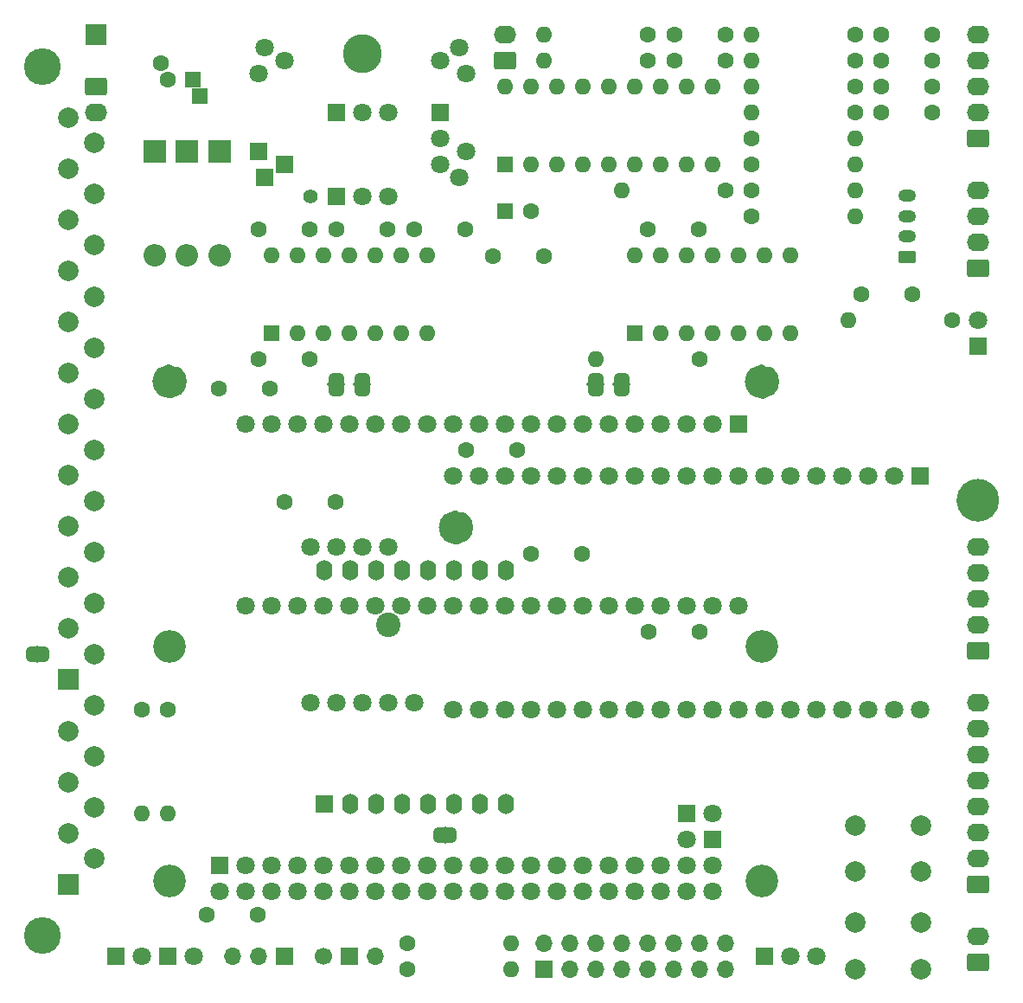
<source format=gbr>
%TF.GenerationSoftware,KiCad,Pcbnew,(6.0.9)*%
%TF.CreationDate,2022-12-06T19:52:46+01:00*%
%TF.ProjectId,SEU-M_1.04,5345552d-4d5f-4312-9e30-342e6b696361,1.04*%
%TF.SameCoordinates,Original*%
%TF.FileFunction,Soldermask,Bot*%
%TF.FilePolarity,Negative*%
%FSLAX46Y46*%
G04 Gerber Fmt 4.6, Leading zero omitted, Abs format (unit mm)*
G04 Created by KiCad (PCBNEW (6.0.9)) date 2022-12-06 19:52:46*
%MOMM*%
%LPD*%
G01*
G04 APERTURE LIST*
G04 Aperture macros list*
%AMRoundRect*
0 Rectangle with rounded corners*
0 $1 Rounding radius*
0 $2 $3 $4 $5 $6 $7 $8 $9 X,Y pos of 4 corners*
0 Add a 4 corners polygon primitive as box body*
4,1,4,$2,$3,$4,$5,$6,$7,$8,$9,$2,$3,0*
0 Add four circle primitives for the rounded corners*
1,1,$1+$1,$2,$3*
1,1,$1+$1,$4,$5*
1,1,$1+$1,$6,$7*
1,1,$1+$1,$8,$9*
0 Add four rect primitives between the rounded corners*
20,1,$1+$1,$2,$3,$4,$5,0*
20,1,$1+$1,$4,$5,$6,$7,0*
20,1,$1+$1,$6,$7,$8,$9,0*
20,1,$1+$1,$8,$9,$2,$3,0*%
%AMFreePoly0*
4,1,22,0.500000,-0.750000,0.000000,-0.750000,0.000000,-0.745033,-0.079941,-0.743568,-0.215256,-0.701293,-0.333266,-0.622738,-0.424486,-0.514219,-0.481581,-0.384460,-0.499164,-0.250000,-0.500000,-0.250000,-0.500000,0.250000,-0.499164,0.250000,-0.499963,0.256109,-0.478152,0.396186,-0.417904,0.524511,-0.324060,0.630769,-0.204165,0.706417,-0.067858,0.745374,0.000000,0.744959,0.000000,0.750000,
0.500000,0.750000,0.500000,-0.750000,0.500000,-0.750000,$1*%
%AMFreePoly1*
4,1,20,0.000000,0.744959,0.073905,0.744508,0.209726,0.703889,0.328688,0.626782,0.421226,0.519385,0.479903,0.390333,0.500000,0.250000,0.500000,-0.250000,0.499851,-0.262216,0.476331,-0.402017,0.414519,-0.529596,0.319384,-0.634700,0.198574,-0.708877,0.061801,-0.746166,0.000000,-0.745033,0.000000,-0.750000,-0.500000,-0.750000,-0.500000,0.750000,0.000000,0.750000,0.000000,0.744959,
0.000000,0.744959,$1*%
G04 Aperture macros list end*
%ADD10C,0.500000*%
%ADD11C,1.675000*%
%ADD12C,0.150000*%
%ADD13C,2.075000*%
%ADD14C,1.400000*%
%ADD15R,1.800000X1.800000*%
%ADD16C,1.800000*%
%ADD17C,3.800000*%
%ADD18C,2.400000*%
%ADD19C,3.200000*%
%ADD20C,2.000000*%
%ADD21R,1.700000X1.700000*%
%ADD22O,1.700000X1.700000*%
%ADD23C,1.600000*%
%ADD24RoundRect,0.250000X0.625000X-0.350000X0.625000X0.350000X-0.625000X0.350000X-0.625000X-0.350000X0*%
%ADD25O,1.750000X1.200000*%
%ADD26R,2.000000X2.000000*%
%ADD27C,3.600000*%
%ADD28O,1.600000X1.600000*%
%ADD29R,1.600000X1.600000*%
%ADD30R,2.200000X2.200000*%
%ADD31O,2.200000X2.200000*%
%ADD32C,1.700000*%
%ADD33O,1.600000X2.000000*%
%ADD34RoundRect,0.250000X-0.845000X0.620000X-0.845000X-0.620000X0.845000X-0.620000X0.845000X0.620000X0*%
%ADD35O,2.190000X1.740000*%
%ADD36RoundRect,0.250000X0.845000X-0.620000X0.845000X0.620000X-0.845000X0.620000X-0.845000X-0.620000X0*%
%ADD37FreePoly0,270.000000*%
%ADD38FreePoly1,270.000000*%
%ADD39FreePoly0,180.000000*%
%ADD40FreePoly1,180.000000*%
G04 APERTURE END LIST*
D10*
X135255000Y-72364600D02*
X136525000Y-72364600D01*
D11*
X153027500Y-72085200D02*
G75*
G03*
X153027500Y-72085200I-837500J0D01*
G01*
X95027500Y-72059800D02*
G75*
G03*
X95027500Y-72059800I-837500J0D01*
G01*
D10*
X81254600Y-98171000D02*
X81254600Y-99314000D01*
X137795000Y-72364600D02*
X139065000Y-72364600D01*
X112395000Y-72364600D02*
X113665000Y-72364600D01*
X121158000Y-115887500D02*
X121158000Y-117030500D01*
D11*
X123062300Y-86349938D02*
G75*
G03*
X123062300Y-86349938I-837500J0D01*
G01*
D12*
X174994220Y-83693000D02*
G75*
G03*
X174994220Y-83693000I-1708610J0D01*
G01*
D10*
X109855000Y-72364600D02*
X111125000Y-72364600D01*
D13*
X174360500Y-83693000D02*
G75*
G03*
X174360500Y-83693000I-1037500J0D01*
G01*
D14*
%TO.C,M6*%
X107950000Y-53975000D03*
D15*
X110490000Y-45720000D03*
X110490000Y-53975000D03*
X102870000Y-49530000D03*
X103505000Y-52070000D03*
X120650000Y-45720000D03*
X105410000Y-50800000D03*
D16*
X102870000Y-41910000D03*
X120650000Y-48260000D03*
X122555000Y-39370000D03*
X113030000Y-45720000D03*
X113030000Y-53975000D03*
X123190000Y-41910000D03*
X120650000Y-40640000D03*
X105410000Y-40640000D03*
X103505000Y-39370000D03*
D17*
X113030000Y-40005000D03*
D16*
X123190000Y-49530000D03*
X115570000Y-45720000D03*
X122555000Y-52070000D03*
X115570000Y-53975000D03*
X120650000Y-50800000D03*
%TD*%
%TO.C,M4*%
X107950000Y-103520000D03*
X110490000Y-103520000D03*
X113030000Y-103520000D03*
X115570000Y-103520000D03*
X118110000Y-103520000D03*
X115570000Y-88280000D03*
X113030000Y-88280000D03*
X110490000Y-88280000D03*
X107950000Y-88280000D03*
D18*
X115570000Y-95900000D03*
%TD*%
D15*
%TO.C,M2*%
X149860000Y-76200000D03*
D16*
X147320000Y-76200000D03*
X144780000Y-76200000D03*
X142240000Y-76200000D03*
X139700000Y-76200000D03*
X137160000Y-76200000D03*
X134620000Y-76200000D03*
X132080000Y-76200000D03*
X129540000Y-76200000D03*
X127000000Y-76200000D03*
X124460000Y-76200000D03*
X121920000Y-76200000D03*
X119380000Y-76200000D03*
X116840000Y-76200000D03*
X114300000Y-76200000D03*
X111760000Y-76200000D03*
X109220000Y-76200000D03*
X106680000Y-76200000D03*
X104140000Y-76200000D03*
X101600000Y-76200000D03*
X101600000Y-93980000D03*
X104140000Y-93980000D03*
X106680000Y-93980000D03*
X109220000Y-93980000D03*
X111760000Y-93980000D03*
X114300000Y-93980000D03*
X116840000Y-93980000D03*
X119380000Y-93980000D03*
X121920000Y-93980000D03*
X124460000Y-93980000D03*
X127000000Y-93980000D03*
X129540000Y-93980000D03*
X132080000Y-93980000D03*
X134620000Y-93980000D03*
X137160000Y-93980000D03*
X139700000Y-93980000D03*
X142240000Y-93980000D03*
X144780000Y-93980000D03*
X147320000Y-93980000D03*
X149860000Y-93980000D03*
%TD*%
D15*
%TO.C,M1*%
X99060000Y-119380000D03*
D16*
X99060000Y-121920000D03*
X101600000Y-119380000D03*
X101600000Y-121920000D03*
X104140000Y-119380000D03*
D19*
X94190000Y-97960000D03*
X152190000Y-97960000D03*
X152190000Y-120960000D03*
D16*
X104140000Y-121920000D03*
D19*
X94190000Y-120960000D03*
D16*
X106680000Y-119380000D03*
X106680000Y-121920000D03*
X109220000Y-119380000D03*
X109220000Y-121920000D03*
X111760000Y-119380000D03*
X111760000Y-121920000D03*
X114300000Y-119380000D03*
X114300000Y-121920000D03*
X116840000Y-119380000D03*
X116840000Y-121920000D03*
X119380000Y-119380000D03*
X119380000Y-121920000D03*
X121920000Y-119380000D03*
X121920000Y-121920000D03*
X124460000Y-119380000D03*
X124460000Y-121920000D03*
X127000000Y-119380000D03*
X127000000Y-121920000D03*
X129540000Y-119380000D03*
X129540000Y-121920000D03*
X132080000Y-119380000D03*
X132080000Y-121920000D03*
X134620000Y-119380000D03*
X134620000Y-121920000D03*
X137160000Y-119380000D03*
X137160000Y-121920000D03*
X139700000Y-119380000D03*
X139700000Y-121920000D03*
X142240000Y-119380000D03*
X142240000Y-121920000D03*
X144780000Y-119380000D03*
X144780000Y-121920000D03*
X147320000Y-119380000D03*
X147320000Y-121920000D03*
D15*
X147320000Y-116840000D03*
D16*
X144780000Y-116840000D03*
D15*
X144780000Y-114300000D03*
D16*
X147320000Y-114300000D03*
%TD*%
D15*
%TO.C,D4*%
X152400000Y-128270000D03*
D16*
X154940000Y-128270000D03*
X157480000Y-128270000D03*
%TD*%
D20*
%TO.C,SW2*%
X161290000Y-120015000D03*
X167790000Y-120015000D03*
X161290000Y-115515000D03*
X167790000Y-115515000D03*
%TD*%
D15*
%TO.C,D6*%
X93980000Y-128270000D03*
D16*
X96520000Y-128270000D03*
%TD*%
D21*
%TO.C,J13*%
X105410000Y-128270000D03*
D22*
X102870000Y-128270000D03*
X100330000Y-128270000D03*
%TD*%
D20*
%TO.C,SW1*%
X161290000Y-125040000D03*
X167790000Y-125040000D03*
X167790000Y-129540000D03*
X161290000Y-129540000D03*
%TD*%
D23*
%TO.C,C11*%
X97790000Y-124206000D03*
X102790000Y-124206000D03*
%TD*%
D24*
%TO.C,J2*%
X166370000Y-59880000D03*
D25*
X166370000Y-57880000D03*
X166370000Y-55880000D03*
X166370000Y-53880000D03*
%TD*%
D26*
%TO.C,J1*%
X84270000Y-121250000D03*
D20*
X86770000Y-118750000D03*
X84270000Y-116250000D03*
D27*
X81770000Y-126250000D03*
X81770000Y-41250000D03*
D20*
X86770000Y-113750000D03*
X84270000Y-111250000D03*
X86770000Y-108750000D03*
X84270000Y-106250000D03*
X86770000Y-103750000D03*
D26*
X84270000Y-101250000D03*
D20*
X86770000Y-98750000D03*
X84270000Y-96250000D03*
X86770000Y-93750000D03*
X84270000Y-91250000D03*
X86770000Y-88750000D03*
X84270000Y-86250000D03*
X86770000Y-83750000D03*
X84270000Y-81250000D03*
X86770000Y-78750000D03*
X84270000Y-76250000D03*
X86770000Y-73750000D03*
X84270000Y-71250000D03*
X86770000Y-68750000D03*
X84270000Y-66250000D03*
X86770000Y-63750000D03*
X84270000Y-61250000D03*
X86770000Y-58750000D03*
X84270000Y-56250000D03*
X86770000Y-53750000D03*
X84270000Y-51250000D03*
X86770000Y-48750000D03*
X84270000Y-46250000D03*
%TD*%
D23*
%TO.C,C3*%
X163830000Y-43180000D03*
X168830000Y-43180000D03*
%TD*%
%TO.C,R13*%
X151130000Y-50800000D03*
D28*
X161290000Y-50800000D03*
%TD*%
D29*
%TO.C,U1*%
X127000000Y-50800000D03*
D28*
X129540000Y-50800000D03*
X132080000Y-50800000D03*
X134620000Y-50800000D03*
X137160000Y-50800000D03*
X139700000Y-50800000D03*
X142240000Y-50800000D03*
X144780000Y-50800000D03*
X147320000Y-50800000D03*
X147320000Y-43180000D03*
X144780000Y-43180000D03*
X142240000Y-43180000D03*
X139700000Y-43180000D03*
X137160000Y-43180000D03*
X134620000Y-43180000D03*
X132080000Y-43180000D03*
X129540000Y-43180000D03*
X127000000Y-43180000D03*
%TD*%
D23*
%TO.C,C2*%
X163830000Y-40640000D03*
X168830000Y-40640000D03*
%TD*%
%TO.C,R11*%
X151130000Y-55880000D03*
D28*
X161290000Y-55880000D03*
%TD*%
D23*
%TO.C,C19*%
X130810000Y-59817000D03*
X125810000Y-59817000D03*
%TD*%
D30*
%TO.C,D3*%
X92710000Y-49530000D03*
D31*
X92710000Y-59690000D03*
%TD*%
D23*
%TO.C,C12*%
X148590000Y-40640000D03*
X143590000Y-40640000D03*
%TD*%
%TO.C,C1*%
X163830000Y-38100000D03*
X168830000Y-38100000D03*
%TD*%
D26*
%TO.C,J6*%
X86995000Y-38100000D03*
%TD*%
D22*
%TO.C,J8*%
X114315000Y-128270000D03*
D21*
X111775000Y-128270000D03*
D32*
X109235000Y-128270000D03*
%TD*%
D23*
%TO.C,C16*%
X145970000Y-57150000D03*
X140970000Y-57150000D03*
%TD*%
D15*
%TO.C,M5*%
X109347000Y-113411000D03*
D33*
X111887000Y-113411000D03*
X114427000Y-113411000D03*
X116967000Y-113411000D03*
X119507000Y-113411000D03*
X122047000Y-113411000D03*
X124587000Y-113411000D03*
X127127000Y-113411000D03*
X127127000Y-90551000D03*
X124587000Y-90551000D03*
X122047000Y-90551000D03*
X119507000Y-90551000D03*
X116967000Y-90551000D03*
X114427000Y-90551000D03*
X111887000Y-90551000D03*
X109347000Y-90551000D03*
%TD*%
D23*
%TO.C,R12*%
X151130000Y-53340000D03*
D28*
X161290000Y-53340000D03*
%TD*%
D23*
%TO.C,C20*%
X129540000Y-88900000D03*
X134540000Y-88900000D03*
%TD*%
%TO.C,R17*%
X170815000Y-66040000D03*
D28*
X160655000Y-66040000D03*
%TD*%
D23*
%TO.C,C4*%
X163830000Y-45720000D03*
X168830000Y-45720000D03*
%TD*%
%TO.C,R3*%
X161290000Y-43180000D03*
D28*
X151130000Y-43180000D03*
%TD*%
D34*
%TO.C,J12*%
X86995000Y-43180000D03*
D35*
X86995000Y-45720000D03*
%TD*%
D23*
%TO.C,R2*%
X161290000Y-40640000D03*
D28*
X151130000Y-40640000D03*
%TD*%
D36*
%TO.C,J10*%
X173355000Y-121285000D03*
D35*
X173355000Y-118745000D03*
X173355000Y-116205000D03*
X173355000Y-113665000D03*
X173355000Y-111125000D03*
X173355000Y-108585000D03*
X173355000Y-106045000D03*
X173355000Y-103505000D03*
%TD*%
D23*
%TO.C,C13*%
X102870000Y-57150000D03*
X107870000Y-57150000D03*
%TD*%
D21*
%TO.C,J5*%
X130810000Y-129540000D03*
D22*
X130810000Y-127000000D03*
X133350000Y-129540000D03*
X133350000Y-127000000D03*
X135890000Y-129540000D03*
X135890000Y-127000000D03*
X138430000Y-129540000D03*
X138430000Y-127000000D03*
X140970000Y-129540000D03*
X140970000Y-127000000D03*
X143510000Y-129540000D03*
X143510000Y-127000000D03*
X146050000Y-129540000D03*
X146050000Y-127000000D03*
X148590000Y-129540000D03*
X148590000Y-127000000D03*
%TD*%
D36*
%TO.C,J4*%
X173355000Y-48260000D03*
D35*
X173355000Y-45720000D03*
X173355000Y-43180000D03*
X173355000Y-40640000D03*
X173355000Y-38100000D03*
%TD*%
D36*
%TO.C,J11*%
X173355000Y-98425000D03*
D35*
X173355000Y-95885000D03*
X173355000Y-93345000D03*
X173355000Y-90805000D03*
X173355000Y-88265000D03*
%TD*%
D29*
%TO.C,U2*%
X104140000Y-67310000D03*
D28*
X106680000Y-67310000D03*
X109220000Y-67310000D03*
X111760000Y-67310000D03*
X114300000Y-67310000D03*
X116840000Y-67310000D03*
X119380000Y-67310000D03*
X119380000Y-59690000D03*
X116840000Y-59690000D03*
X114300000Y-59690000D03*
X111760000Y-59690000D03*
X109220000Y-59690000D03*
X106680000Y-59690000D03*
X104140000Y-59690000D03*
%TD*%
D23*
%TO.C,R10*%
X117475000Y-129540000D03*
D28*
X127635000Y-129540000D03*
%TD*%
D15*
%TO.C,D5*%
X88900000Y-128270000D03*
D16*
X91440000Y-128270000D03*
%TD*%
D23*
%TO.C,C14*%
X123190000Y-78740000D03*
X128190000Y-78740000D03*
%TD*%
%TO.C,C15*%
X102870000Y-69850000D03*
X107870000Y-69850000D03*
%TD*%
%TO.C,R7*%
X140970000Y-38100000D03*
D28*
X130810000Y-38100000D03*
%TD*%
D23*
%TO.C,R8*%
X146050000Y-69850000D03*
D28*
X135890000Y-69850000D03*
%TD*%
D23*
%TO.C,C17*%
X141050000Y-96520000D03*
X146050000Y-96520000D03*
%TD*%
%TO.C,C5*%
X148590000Y-38100000D03*
X143590000Y-38100000D03*
%TD*%
D30*
%TO.C,D2*%
X95885000Y-49530000D03*
D31*
X95885000Y-59690000D03*
%TD*%
D15*
%TO.C,M3*%
X167640000Y-81280000D03*
D16*
X165100000Y-81280000D03*
X162560000Y-81280000D03*
X160020000Y-81280000D03*
X157480000Y-81280000D03*
X154940000Y-81280000D03*
X152400000Y-81280000D03*
X149860000Y-81280000D03*
X147320000Y-81280000D03*
X144780000Y-81280000D03*
X142240000Y-81280000D03*
X139700000Y-81280000D03*
X137160000Y-81280000D03*
X134620000Y-81280000D03*
X132080000Y-81280000D03*
X129540000Y-81280000D03*
X127000000Y-81280000D03*
X124460000Y-81280000D03*
X121920000Y-81280000D03*
X167640000Y-104140000D03*
X165100000Y-104140000D03*
X162560000Y-104140000D03*
X160020000Y-104140000D03*
X157480000Y-104140000D03*
X154940000Y-104140000D03*
X152400000Y-104140000D03*
X149860000Y-104140000D03*
X147320000Y-104140000D03*
X144780000Y-104140000D03*
X142240000Y-104140000D03*
X139700000Y-104140000D03*
X137160000Y-104140000D03*
X134620000Y-104140000D03*
X132080000Y-104140000D03*
X129540000Y-104140000D03*
X127000000Y-104140000D03*
X124460000Y-104140000D03*
X121920000Y-104140000D03*
%TD*%
D29*
%TO.C,C10*%
X127064888Y-55372000D03*
D23*
X129564888Y-55372000D03*
%TD*%
%TO.C,C9*%
X161925000Y-63500000D03*
X166925000Y-63500000D03*
%TD*%
%TO.C,C21*%
X110450000Y-83820000D03*
X105450000Y-83820000D03*
%TD*%
D30*
%TO.C,D1*%
X99060000Y-49530000D03*
D31*
X99060000Y-59690000D03*
%TD*%
D23*
%TO.C,R16*%
X93980000Y-104140000D03*
D28*
X93980000Y-114300000D03*
%TD*%
D36*
%TO.C,J3*%
X173355000Y-60960000D03*
D35*
X173355000Y-58420000D03*
X173355000Y-55880000D03*
X173355000Y-53340000D03*
%TD*%
D23*
%TO.C,R5*%
X148590000Y-53340000D03*
D28*
X138430000Y-53340000D03*
%TD*%
D36*
%TO.C,J7*%
X173355000Y-128905000D03*
D35*
X173355000Y-126365000D03*
%TD*%
D36*
%TO.C,J9*%
X127000000Y-40640000D03*
D35*
X127000000Y-38100000D03*
%TD*%
D23*
%TO.C,R4*%
X161290000Y-45720000D03*
D28*
X151130000Y-45720000D03*
%TD*%
D23*
%TO.C,R15*%
X91440000Y-104140000D03*
D28*
X91440000Y-114300000D03*
%TD*%
D23*
%TO.C,R14*%
X151130000Y-48260000D03*
D28*
X161290000Y-48260000D03*
%TD*%
D15*
%TO.C,D7*%
X173355000Y-68580000D03*
D16*
X173355000Y-66040000D03*
%TD*%
D23*
%TO.C,C8*%
X123110000Y-57150000D03*
X118110000Y-57150000D03*
%TD*%
D29*
%TO.C,U3*%
X139700000Y-67310000D03*
D28*
X142240000Y-67310000D03*
X144780000Y-67310000D03*
X147320000Y-67310000D03*
X149860000Y-67310000D03*
X152400000Y-67310000D03*
X154940000Y-67310000D03*
X154940000Y-59690000D03*
X152400000Y-59690000D03*
X149860000Y-59690000D03*
X147320000Y-59690000D03*
X144780000Y-59690000D03*
X142240000Y-59690000D03*
X139700000Y-59690000D03*
%TD*%
D29*
%TO.C,C6*%
X97165614Y-44145000D03*
X96494677Y-42545000D03*
D23*
X93994677Y-42545000D03*
X93323740Y-40945000D03*
%TD*%
D28*
%TO.C,R9*%
X127635000Y-127000000D03*
D23*
X117475000Y-127000000D03*
%TD*%
%TO.C,C7*%
X115490000Y-57150000D03*
X110490000Y-57150000D03*
%TD*%
%TO.C,R1*%
X161290000Y-38100000D03*
D28*
X151130000Y-38100000D03*
%TD*%
D23*
%TO.C,R6*%
X140970000Y-40640000D03*
D28*
X130810000Y-40640000D03*
%TD*%
D23*
%TO.C,C18*%
X104013000Y-72771000D03*
X99013000Y-72771000D03*
%TD*%
D37*
%TO.C,JP2*%
X135890000Y-71725000D03*
D38*
X135890000Y-73025000D03*
%TD*%
D39*
%TO.C,JP1*%
X81902492Y-98751431D03*
D40*
X80602492Y-98751431D03*
%TD*%
D37*
%TO.C,JP5*%
X138430000Y-71725000D03*
D38*
X138430000Y-73025000D03*
%TD*%
D37*
%TO.C,JP4*%
X110490000Y-71725000D03*
D38*
X110490000Y-73025000D03*
%TD*%
D39*
%TO.C,JP6*%
X121808000Y-116459000D03*
D40*
X120508000Y-116459000D03*
%TD*%
D37*
%TO.C,JP3*%
X113030000Y-71725000D03*
D38*
X113030000Y-73025000D03*
%TD*%
M02*

</source>
